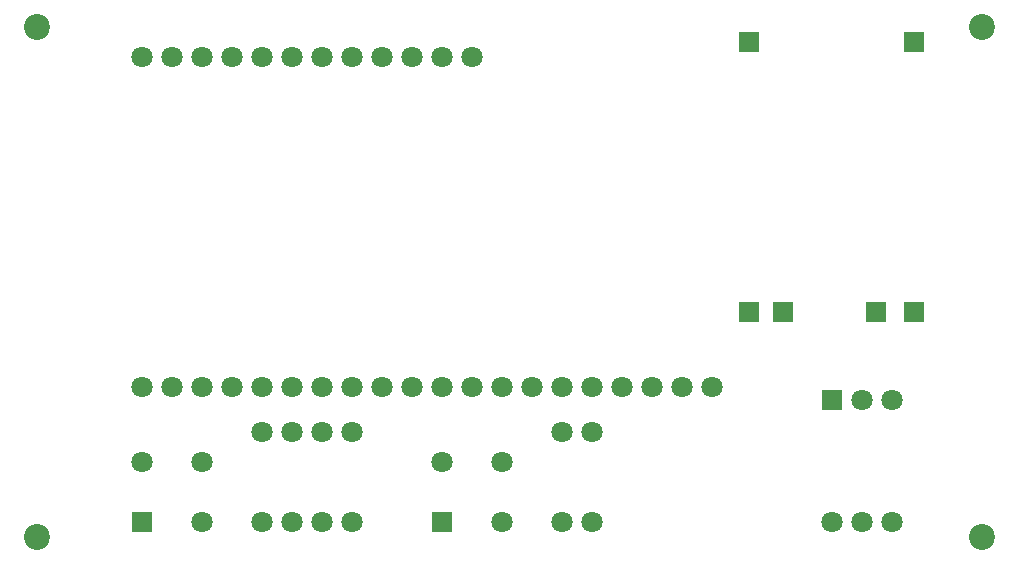
<source format=gbs>
%TF.GenerationSoftware,KiCad,Pcbnew,9.0.0*%
%TF.CreationDate,2025-03-27T03:00:00-07:00*%
%TF.ProjectId,tag_v2,7461675f-7632-42e6-9b69-6361645f7063,v0.5*%
%TF.SameCoordinates,Original*%
%TF.FileFunction,Soldermask,Bot*%
%TF.FilePolarity,Negative*%
%FSLAX46Y46*%
G04 Gerber Fmt 4.6, Leading zero omitted, Abs format (unit mm)*
G04 Created by KiCad (PCBNEW 9.0.0) date 2025-03-27 03:00:00*
%MOMM*%
%LPD*%
G01*
G04 APERTURE LIST*
%ADD10C,1.800000*%
%ADD11C,2.200000*%
%ADD12R,1.800000X1.800000*%
G04 APERTURE END LIST*
D10*
%TO.C,ESP32_UWB1*%
X115570000Y-111760000D03*
X118110000Y-111760000D03*
X120650000Y-111760000D03*
X123190000Y-111760000D03*
X125730000Y-111760000D03*
X128270000Y-111760000D03*
X130810000Y-111760000D03*
X133350000Y-111760000D03*
X135890000Y-111760000D03*
X138430000Y-111760000D03*
X140970000Y-111760000D03*
X143510000Y-111760000D03*
X146050000Y-111760000D03*
X148590000Y-111760000D03*
X151130000Y-111760000D03*
X153670000Y-111760000D03*
X156210000Y-111760000D03*
X158750000Y-111760000D03*
X161290000Y-111760000D03*
X163830000Y-111760000D03*
X115570000Y-83820000D03*
X118110000Y-83820000D03*
X120650000Y-83820000D03*
X123190000Y-83820000D03*
X125730000Y-83820000D03*
X128270000Y-83820000D03*
X130810000Y-83820000D03*
X133350000Y-83820000D03*
X135890000Y-83820000D03*
X138430000Y-83820000D03*
X140970000Y-83820000D03*
X143510000Y-83820000D03*
%TD*%
%TO.C,R1*%
X125730000Y-123190000D03*
X125730000Y-115570000D03*
%TD*%
D11*
%TO.C,REF\u002A\u002A*%
X186690000Y-124460000D03*
%TD*%
D10*
%TO.C,R2*%
X128270000Y-123190000D03*
X128270000Y-115570000D03*
%TD*%
%TO.C,R4*%
X133350000Y-123190000D03*
X133350000Y-115570000D03*
%TD*%
%TO.C,R3*%
X130810000Y-123190000D03*
X130810000Y-115570000D03*
%TD*%
%TO.C,R6*%
X151130000Y-123190000D03*
X151130000Y-115570000D03*
%TD*%
%TO.C,ON_OFF_SWITCH1*%
X173990000Y-123190000D03*
X176530000Y-123190000D03*
X179070000Y-123190000D03*
%TD*%
D11*
%TO.C,REF\u002A\u002A*%
X186690000Y-81280000D03*
%TD*%
D12*
%TO.C,RGB_LED_SQUARE1*%
X115570000Y-123190000D03*
D10*
X115570000Y-118110000D03*
X120650000Y-118110000D03*
X120650000Y-123190000D03*
%TD*%
%TO.C,R5*%
X153670000Y-123190000D03*
X153670000Y-115570000D03*
%TD*%
D11*
%TO.C,REF\u002A\u002A*%
X106680000Y-81280000D03*
%TD*%
%TO.C,REF\u002A\u002A*%
X106680000Y-124460000D03*
%TD*%
D12*
%TO.C,RGB_LED_SQUARE2*%
X140970000Y-123190000D03*
D10*
X140970000Y-118110000D03*
X146050000Y-118110000D03*
X146050000Y-123190000D03*
%TD*%
D12*
%TO.C,5V_DC_DC_Converter1*%
X173990000Y-112900000D03*
D10*
X176530000Y-112900000D03*
X179070000Y-112900000D03*
%TD*%
D12*
%TO.C,Battery_Charger1*%
X166905000Y-82550000D03*
X180875000Y-82550000D03*
X166905000Y-105410000D03*
X169805000Y-105410000D03*
X177675000Y-105410000D03*
X180875000Y-105410000D03*
%TD*%
M02*

</source>
